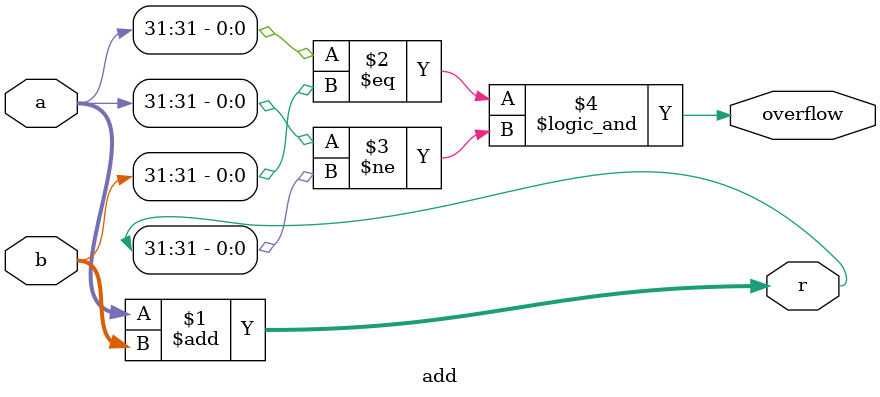
<source format=v>
`timescale 1ns / 1ps

module add(
    input [31:0] a,
    input [31:0] b,
    output [31:0] r,
    output overflow
);

    assign r = a + b;
    assign overflow = (a[31]==b[31] && a[31]!=r[31]);
    
endmodule
</source>
